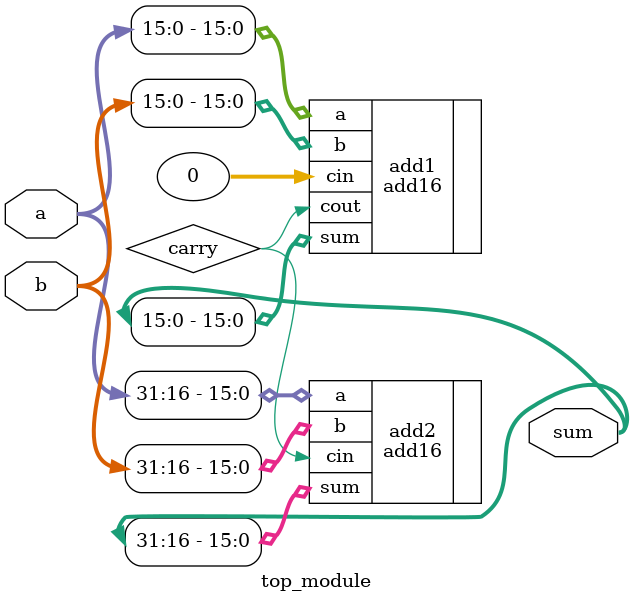
<source format=v>
module top_module(
    input [31:0] a,
    input [31:0] b,
    output [31:0] sum
);
    wire carry;
    add16 add1 (.a(a[15:0]), .b(b[15:0]), .cin(0),.sum(sum[15:0]), .cout(carry));
    add16 add2 (.a(a[31:16]), .b(b[31:16]), .sum(sum[31:16]),.cin(carry));

endmodule
</source>
